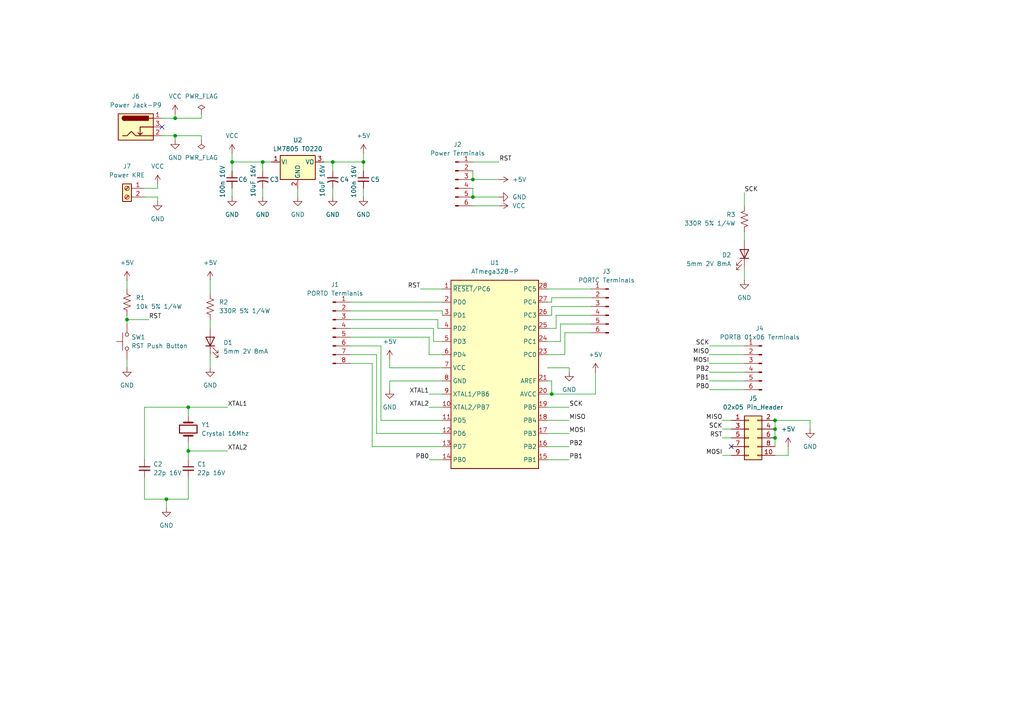
<source format=kicad_sch>
(kicad_sch (version 20250114) (generator "eeschema") (generator_version "9.0")
  (paper "A4")
  (title_block (title "Prometheus Devkit mk 1.0") (date "2025-11-24") (rev "2025-11-24") (company "LIT - Laboratório de Inovação Tecnológica"))
  (lib_symbols
    (symbol "Componentes:CAP 100n 16V" (pin_numbers (hide yes)) (pin_names (offset 0.254) (hide yes))
      (property "Reference" "C" (at 0.254 1.778 0))
      (property "Value" "100n 16V" (at 0.254 -2.032 0))
      (symbol "CAP 100n 16V_0_1"
        (polyline (pts (xy -1.524 0.508) (xy 1.524 0.508)) (stroke (width 0.3048)))
        (polyline (pts (xy -1.524 -0.508) (xy 1.524 -0.508)) (stroke (width 0.3302)))
      )
      (symbol "CAP 100n 16V_1_1"
        (pin passive line (at 0 2.54 270) (length 2.032) (name "~") (number "1"))
        (pin passive line (at 0 -2.54 90) (length 2.032) (name "~") (number "2"))
      )
    )
    (symbol "Componentes:CAP 10uF 16V" (pin_numbers (hide yes)) (pin_names (offset 0.254) (hide yes))
      (property "Reference" "C" (at 0.254 1.778 0))
      (property "Value" "10uF 16V" (at 0.254 -2.032 0))
      (symbol "CAP 10uF 16V_0_1"
        (polyline (pts (xy -1.524 0.508) (xy 1.524 0.508)) (stroke (width 0.3048)))
        (arc (start -1.524 -0.762) (mid 0 -0.3734) (end 1.524 -0.762) (stroke (width 0.3048)))
      )
      (symbol "CAP 10uF 16V_1_1"
        (pin passive line (at 0 2.54 270) (length 2.032) (name "~") (number "1"))
        (pin passive line (at 0 -2.54 90) (length 2.032) (name "~") (number "2"))
      )
    )
    (symbol "Componentes:CAP 22p 16V" (pin_numbers (hide yes)) (pin_names (offset 0.254) (hide yes))
      (property "Reference" "C" (at 0.254 1.778 0))
      (property "Value" "22p 16V" (at 0.254 -2.032 0))
      (symbol "CAP 22p 16V_0_1"
        (polyline (pts (xy -1.524 0.508) (xy 1.524 0.508)) (stroke (width 0.3048)))
        (polyline (pts (xy -1.524 -0.508) (xy 1.524 -0.508)) (stroke (width 0.3302)))
      )
      (symbol "CAP 22p 16V_1_1"
        (pin passive line (at 0 2.54 270) (length 2.032) (name "~") (number "1"))
        (pin passive line (at 0 -2.54 90) (length 2.032) (name "~") (number "2"))
      )
    )
    (symbol "Componentes:CONN 01x06 PORTB" (pin_names (offset 1.016) (hide yes))
      (property "Reference" "J" (at 0 7.62 0))
      (property "Value" "PORTB 01x06 Terminals" (at 0 -10.16 0))
      (symbol "CONN 01x06 PORTB_1_1"
        (rectangle (start 0.8636 5.207) (end 0 4.953) (stroke (width 0.1524)) (fill (type outline)))
        (rectangle (start 0.8636 2.667) (end 0 2.413) (stroke (width 0.1524)) (fill (type outline)))
        (rectangle (start 0.8636 0.127) (end 0 -0.127) (stroke (width 0.1524)) (fill (type outline)))
        (rectangle (start 0.8636 -2.413) (end 0 -2.667) (stroke (width 0.1524)) (fill (type outline)))
        (rectangle (start 0.8636 -4.953) (end 0 -5.207) (stroke (width 0.1524)) (fill (type outline)))
        (rectangle (start 0.8636 -7.493) (end 0 -7.747) (stroke (width 0.1524)) (fill (type outline)))
        (polyline (pts (xy 1.27 5.08) (xy 0.8636 5.08)) (stroke (width 0.1524)))
        (polyline (pts (xy 1.27 2.54) (xy 0.8636 2.54)) (stroke (width 0.1524)))
        (polyline (pts (xy 1.27 0) (xy 0.8636 0)) (stroke (width 0.1524)))
        (polyline (pts (xy 1.27 -2.54) (xy 0.8636 -2.54)) (stroke (width 0.1524)))
        (polyline (pts (xy 1.27 -5.08) (xy 0.8636 -5.08)) (stroke (width 0.1524)))
        (polyline (pts (xy 1.27 -7.62) (xy 0.8636 -7.62)) (stroke (width 0.1524)))
        (pin passive line (at 5.08 5.08 180) (length 3.81) (name "Pin_1") (number "1"))
        (pin passive line (at 5.08 2.54 180) (length 3.81) (name "Pin_2") (number "2"))
        (pin passive line (at 5.08 0 180) (length 3.81) (name "Pin_3") (number "3"))
        (pin passive line (at 5.08 -2.54 180) (length 3.81) (name "Pin_4") (number "4"))
        (pin passive line (at 5.08 -5.08 180) (length 3.81) (name "Pin_5") (number "5"))
        (pin passive line (at 5.08 -7.62 180) (length 3.81) (name "Pin_6") (number "6"))
      )
    )
    (symbol "Componentes:CONN 01x06 PORTC" (pin_names (offset 1.016) (hide yes))
      (property "Reference" "J" (at 0 7.62 0))
      (property "Value" "PORTC Terminals" (at 0 -10.16 0))
      (symbol "CONN 01x06 PORTC_1_1"
        (rectangle (start 0.8636 5.207) (end 0 4.953) (stroke (width 0.1524)) (fill (type outline)))
        (rectangle (start 0.8636 2.667) (end 0 2.413) (stroke (width 0.1524)) (fill (type outline)))
        (rectangle (start 0.8636 0.127) (end 0 -0.127) (stroke (width 0.1524)) (fill (type outline)))
        (rectangle (start 0.8636 -2.413) (end 0 -2.667) (stroke (width 0.1524)) (fill (type outline)))
        (rectangle (start 0.8636 -4.953) (end 0 -5.207) (stroke (width 0.1524)) (fill (type outline)))
        (rectangle (start 0.8636 -7.493) (end 0 -7.747) (stroke (width 0.1524)) (fill (type outline)))
        (polyline (pts (xy 1.27 5.08) (xy 0.8636 5.08)) (stroke (width 0.1524)))
        (polyline (pts (xy 1.27 2.54) (xy 0.8636 2.54)) (stroke (width 0.1524)))
        (polyline (pts (xy 1.27 0) (xy 0.8636 0)) (stroke (width 0.1524)))
        (polyline (pts (xy 1.27 -2.54) (xy 0.8636 -2.54)) (stroke (width 0.1524)))
        (polyline (pts (xy 1.27 -5.08) (xy 0.8636 -5.08)) (stroke (width 0.1524)))
        (polyline (pts (xy 1.27 -7.62) (xy 0.8636 -7.62)) (stroke (width 0.1524)))
        (pin passive line (at 5.08 5.08 180) (length 3.81) (name "Pin_1") (number "1"))
        (pin passive line (at 5.08 2.54 180) (length 3.81) (name "Pin_2") (number "2"))
        (pin passive line (at 5.08 0 180) (length 3.81) (name "Pin_3") (number "3"))
        (pin passive line (at 5.08 -2.54 180) (length 3.81) (name "Pin_4") (number "4"))
        (pin passive line (at 5.08 -5.08 180) (length 3.81) (name "Pin_5") (number "5"))
        (pin passive line (at 5.08 -7.62 180) (length 3.81) (name "Pin_6") (number "6"))
      )
    )
    (symbol "Componentes:CONN 01x06 POWER" (pin_names (offset 1.016) (hide yes))
      (property "Reference" "J" (at 0 7.62 0))
      (property "Value" "Power Terminals" (at 0 -10.16 0))
      (symbol "CONN 01x06 POWER_1_1"
        (rectangle (start 0.8636 5.207) (end 0 4.953) (stroke (width 0.1524)) (fill (type outline)))
        (rectangle (start 0.8636 2.667) (end 0 2.413) (stroke (width 0.1524)) (fill (type outline)))
        (rectangle (start 0.8636 0.127) (end 0 -0.127) (stroke (width 0.1524)) (fill (type outline)))
        (rectangle (start 0.8636 -2.413) (end 0 -2.667) (stroke (width 0.1524)) (fill (type outline)))
        (rectangle (start 0.8636 -4.953) (end 0 -5.207) (stroke (width 0.1524)) (fill (type outline)))
        (rectangle (start 0.8636 -7.493) (end 0 -7.747) (stroke (width 0.1524)) (fill (type outline)))
        (polyline (pts (xy 1.27 5.08) (xy 0.8636 5.08)) (stroke (width 0.1524)))
        (polyline (pts (xy 1.27 2.54) (xy 0.8636 2.54)) (stroke (width 0.1524)))
        (polyline (pts (xy 1.27 0) (xy 0.8636 0)) (stroke (width 0.1524)))
        (polyline (pts (xy 1.27 -2.54) (xy 0.8636 -2.54)) (stroke (width 0.1524)))
        (polyline (pts (xy 1.27 -5.08) (xy 0.8636 -5.08)) (stroke (width 0.1524)))
        (polyline (pts (xy 1.27 -7.62) (xy 0.8636 -7.62)) (stroke (width 0.1524)))
        (pin passive line (at 5.08 5.08 180) (length 3.81) (name "Pin_1") (number "1"))
        (pin passive line (at 5.08 2.54 180) (length 3.81) (name "Pin_2") (number "2"))
        (pin passive line (at 5.08 0 180) (length 3.81) (name "Pin_3") (number "3"))
        (pin passive line (at 5.08 -2.54 180) (length 3.81) (name "Pin_4") (number "4"))
        (pin passive line (at 5.08 -5.08 180) (length 3.81) (name "Pin_5") (number "5"))
        (pin passive line (at 5.08 -7.62 180) (length 3.81) (name "Pin_6") (number "6"))
      )
    )
    (symbol "Componentes:CONN 01x08 PORTD" (pin_names (offset 1.016) (hide yes))
      (property "Reference" "J" (at 0 10.16 0))
      (property "Value" "PORTD Termianls" (at 0 -12.7 0))
      (symbol "CONN 01x08 PORTD_1_1"
        (rectangle (start 0.8636 7.747) (end 0 7.493) (stroke (width 0.1524)) (fill (type outline)))
        (rectangle (start 0.8636 5.207) (end 0 4.953) (stroke (width 0.1524)) (fill (type outline)))
        (rectangle (start 0.8636 2.667) (end 0 2.413) (stroke (width 0.1524)) (fill (type outline)))
        (rectangle (start 0.8636 0.127) (end 0 -0.127) (stroke (width 0.1524)) (fill (type outline)))
        (rectangle (start 0.8636 -2.413) (end 0 -2.667) (stroke (width 0.1524)) (fill (type outline)))
        (rectangle (start 0.8636 -4.953) (end 0 -5.207) (stroke (width 0.1524)) (fill (type outline)))
        (rectangle (start 0.8636 -7.493) (end 0 -7.747) (stroke (width 0.1524)) (fill (type outline)))
        (rectangle (start 0.8636 -10.033) (end 0 -10.287) (stroke (width 0.1524)) (fill (type outline)))
        (polyline (pts (xy 1.27 7.62) (xy 0.8636 7.62)) (stroke (width 0.1524)))
        (polyline (pts (xy 1.27 5.08) (xy 0.8636 5.08)) (stroke (width 0.1524)))
        (polyline (pts (xy 1.27 2.54) (xy 0.8636 2.54)) (stroke (width 0.1524)))
        (polyline (pts (xy 1.27 0) (xy 0.8636 0)) (stroke (width 0.1524)))
        (polyline (pts (xy 1.27 -2.54) (xy 0.8636 -2.54)) (stroke (width 0.1524)))
        (polyline (pts (xy 1.27 -5.08) (xy 0.8636 -5.08)) (stroke (width 0.1524)))
        (polyline (pts (xy 1.27 -7.62) (xy 0.8636 -7.62)) (stroke (width 0.1524)))
        (polyline (pts (xy 1.27 -10.16) (xy 0.8636 -10.16)) (stroke (width 0.1524)))
        (pin passive line (at 5.08 7.62 180) (length 3.81) (name "Pin_1") (number "1"))
        (pin passive line (at 5.08 5.08 180) (length 3.81) (name "Pin_2") (number "2"))
        (pin passive line (at 5.08 2.54 180) (length 3.81) (name "Pin_3") (number "3"))
        (pin passive line (at 5.08 0 180) (length 3.81) (name "Pin_4") (number "4"))
        (pin passive line (at 5.08 -2.54 180) (length 3.81) (name "Pin_5") (number "5"))
        (pin passive line (at 5.08 -5.08 180) (length 3.81) (name "Pin_6") (number "6"))
        (pin passive line (at 5.08 -7.62 180) (length 3.81) (name "Pin_7") (number "7"))
        (pin passive line (at 5.08 -10.16 180) (length 3.81) (name "Pin_8") (number "8"))
      )
    )
    (symbol "Componentes:CONN 02x05 SPI" (pin_names (offset 1.016) (hide yes))
      (property "Reference" "J" (at 1.27 7.62 0))
      (property "Value" "02x05 Pin_Header" (at 1.27 -7.62 0))
      (symbol "CONN 02x05 SPI_1_1"
        (rectangle (start -1.27 6.35) (end 3.81 -6.35) (stroke (width 0.254)) (fill (type background)))
        (rectangle (start -1.27 5.207) (end 0 4.953) (stroke (width 0.1524)))
        (rectangle (start -1.27 2.667) (end 0 2.413) (stroke (width 0.1524)))
        (rectangle (start -1.27 0.127) (end 0 -0.127) (stroke (width 0.1524)))
        (rectangle (start -1.27 -2.413) (end 0 -2.667) (stroke (width 0.1524)))
        (rectangle (start -1.27 -4.953) (end 0 -5.207) (stroke (width 0.1524)))
        (rectangle (start 3.81 5.207) (end 2.54 4.953) (stroke (width 0.1524)))
        (rectangle (start 3.81 2.667) (end 2.54 2.413) (stroke (width 0.1524)))
        (rectangle (start 3.81 0.127) (end 2.54 -0.127) (stroke (width 0.1524)))
        (rectangle (start 3.81 -2.413) (end 2.54 -2.667) (stroke (width 0.1524)))
        (rectangle (start 3.81 -4.953) (end 2.54 -5.207) (stroke (width 0.1524)))
        (pin passive line (at -5.08 5.08 0) (length 3.81) (name "Pin_1") (number "1"))
        (pin passive line (at -5.08 2.54 0) (length 3.81) (name "Pin_3") (number "3"))
        (pin passive line (at -5.08 0 0) (length 3.81) (name "Pin_5") (number "5"))
        (pin passive line (at -5.08 -2.54 0) (length 3.81) (name "Pin_7") (number "7"))
        (pin passive line (at -5.08 -5.08 0) (length 3.81) (name "Pin_9") (number "9"))
        (pin passive line (at 7.62 5.08 180) (length 3.81) (name "Pin_2") (number "2"))
        (pin passive line (at 7.62 2.54 180) (length 3.81) (name "Pin_4") (number "4"))
        (pin passive line (at 7.62 0 180) (length 3.81) (name "Pin_6") (number "6"))
        (pin passive line (at 7.62 -2.54 180) (length 3.81) (name "Pin_8") (number "8"))
        (pin passive line (at 7.62 -5.08 180) (length 3.81) (name "Pin_10") (number "10"))
      )
    )
    (symbol "Componentes:CONN Power Jack-P9" (pin_names (hide yes))
      (property "Reference" "J" (at 0 5.334 0))
      (property "Value" "Power Jack-P9" (at 0 -5.08 0))
      (symbol "CONN Power Jack-P9_0_1"
        (rectangle (start -5.08 3.81) (end 5.08 -3.81) (stroke (width 0.254)) (fill (type background)))
        (polyline (pts (xy -3.81 -2.54) (xy -2.54 -2.54) (xy -1.27 -1.27) (xy 0 -2.54) (xy 2.54 -2.54) (xy 5.08 -2.54)) (stroke (width 0.254)))
        (arc (start -3.302 1.905) (mid -3.9343 2.54) (end -3.302 3.175) (stroke (width 0.254)))
        (arc (start -3.302 1.905) (mid -3.9343 2.54) (end -3.302 3.175) (stroke (width 0.254)) (fill (type outline)))
        (polyline (pts (xy 1.27 -2.286) (xy 1.905 -1.651)) (stroke (width 0.254)))
        (rectangle (start 3.683 3.175) (end -3.302 1.905) (stroke (width 0.254)) (fill (type outline)))
        (polyline (pts (xy 5.08 2.54) (xy 3.81 2.54)) (stroke (width 0.254)))
        (polyline (pts (xy 5.08 0) (xy 1.27 0) (xy 1.27 -2.286) (xy 0.635 -1.651)) (stroke (width 0.254)))
      )
      (symbol "CONN Power Jack-P9_1_1"
        (pin passive line (at 7.62 2.54 180) (length 2.54) (name "~") (number "1"))
        (pin passive line (at 7.62 0 180) (length 2.54) (name "~") (number "3"))
        (pin passive line (at 7.62 -2.54 180) (length 2.54) (name "~") (number "2"))
      )
    )
    (symbol "Componentes:CONN Power KRE" (pin_names (offset 1.016) (hide yes))
      (property "Reference" "J" (at 0 2.54 0))
      (property "Value" "Power KRE" (at 0 -5.08 0))
      (symbol "CONN Power KRE_1_1"
        (rectangle (start -1.27 1.27) (end 1.27 -3.81) (stroke (width 0.254)) (fill (type background)))
        (polyline (pts (xy -0.5334 0.3302) (xy 0.3302 -0.508)) (stroke (width 0.1524)))
        (polyline (pts (xy -0.5334 -2.2098) (xy 0.3302 -3.048)) (stroke (width 0.1524)))
        (polyline (pts (xy -0.3556 0.508) (xy 0.508 -0.3302)) (stroke (width 0.1524)))
        (polyline (pts (xy -0.3556 -2.032) (xy 0.508 -2.8702)) (stroke (width 0.1524)))
        (circle (center 0 0) (radius 0.635) (stroke (width 0.1524)))
        (circle (center 0 -2.54) (radius 0.635) (stroke (width 0.1524)))
        (pin passive line (at -5.08 0 0) (length 3.81) (name "Pin_1") (number "1"))
        (pin passive line (at -5.08 -2.54 0) (length 3.81) (name "Pin_2") (number "2"))
      )
    )
    (symbol "Componentes:LED 5mm 2V 8mA" (pin_numbers (hide yes)) (pin_names (offset 1.016) (hide yes))
      (property "Reference" "D" (at 0 2.54 0))
      (property "Value" "5mm 2V 8mA" (at 0 -2.54 0))
      (symbol "LED 5mm 2V 8mA_0_1"
        (polyline (pts (xy -3.048 -0.762) (xy -4.572 -2.286) (xy -3.81 -2.286) (xy -4.572 -2.286) (xy -4.572 -1.524)))
        (polyline (pts (xy -1.778 -0.762) (xy -3.302 -2.286) (xy -2.54 -2.286) (xy -3.302 -2.286) (xy -3.302 -1.524)))
        (polyline (pts (xy -1.27 0) (xy 1.27 0)))
        (polyline (pts (xy -1.27 -1.27) (xy -1.27 1.27)) (stroke (width 0.254)))
        (polyline (pts (xy 1.27 -1.27) (xy 1.27 1.27) (xy -1.27 0) (xy 1.27 -1.27)) (stroke (width 0.254)))
      )
      (symbol "LED 5mm 2V 8mA_1_1"
        (pin passive line (at -3.81 0 0) (length 2.54) (name "K") (number "1"))
        (pin passive line (at 3.81 0 180) (length 2.54) (name "A") (number "2"))
      )
    )
    (symbol "Componentes:MCU ATmega328P DIP"
      (property "Reference" "U" (at -12.7 36.83 0))
      (property "Value" "ATmega328-P" (at 2.794 -20.066 0))
      (symbol "MCU ATmega328P DIP_0_1"
        (rectangle (start -12.7 35.56) (end 12.7 -19.05) (stroke (width 0.254)) (fill (type background)))
      )
      (symbol "MCU ATmega328P DIP_1_1"
        (pin bidirectional line (at -15.24 33.02 0) (length 2.54) (name "~{RESET}/PC6") (number "1"))
        (pin bidirectional line (at -15.24 29.21 0) (length 2.54) (name "PD0") (number "2"))
        (pin bidirectional line (at -15.24 25.4 0) (length 2.54) (name "PD1") (number "3"))
        (pin bidirectional line (at -15.24 21.59 0) (length 2.54) (name "PD2") (number "4"))
        (pin bidirectional line (at -15.24 17.78 0) (length 2.54) (name "PD3") (number "5"))
        (pin bidirectional line (at -15.24 13.97 0) (length 2.54) (name "PD4") (number "6"))
        (pin power_in line (at -15.24 10.16 0) (length 2.54) (name "VCC") (number "7"))
        (pin power_in line (at -15.24 6.35 0) (length 2.54) (name "GND") (number "8"))
        (pin bidirectional line (at -15.24 2.54 0) (length 2.54) (name "XTAL1/PB6") (number "9"))
        (pin bidirectional line (at -15.24 -1.27 0) (length 2.54) (name "XTAL2/PB7") (number "10"))
        (pin bidirectional line (at -15.24 -5.08 0) (length 2.54) (name "PD5") (number "11"))
        (pin bidirectional line (at -15.24 -8.89 0) (length 2.54) (name "PD6") (number "12"))
        (pin bidirectional line (at -15.24 -12.7 0) (length 2.54) (name "PD7") (number "13"))
        (pin bidirectional line (at -15.24 -16.51 0) (length 2.54) (name "PB0") (number "14"))
        (pin bidirectional line (at 15.24 33.02 180) (length 2.54) (name "PC5") (number "28"))
        (pin bidirectional line (at 15.24 29.21 180) (length 2.54) (name "PC4") (number "27"))
        (pin bidirectional line (at 15.24 25.4 180) (length 2.54) (name "PC3") (number "26"))
        (pin bidirectional line (at 15.24 21.59 180) (length 2.54) (name "PC2") (number "25"))
        (pin bidirectional line (at 15.24 17.78 180) (length 2.54) (name "PC1") (number "24"))
        (pin bidirectional line (at 15.24 13.97 180) (length 2.54) (name "PC0") (number "23"))
        (pin passive line (at 15.24 10.16 180) (length 2.54) (hide yes) (name "GND") (number "22"))
        (pin passive line (at 15.24 6.35 180) (length 2.54) (name "AREF") (number "21"))
        (pin power_in line (at 15.24 2.54 180) (length 2.54) (name "AVCC") (number "20"))
        (pin bidirectional line (at 15.24 -1.27 180) (length 2.54) (name "PB5") (number "19"))
        (pin bidirectional line (at 15.24 -5.08 180) (length 2.54) (name "PB4") (number "18"))
        (pin bidirectional line (at 15.24 -8.89 180) (length 2.54) (name "PB3") (number "17"))
        (pin bidirectional line (at 15.24 -12.7 180) (length 2.54) (name "PB2") (number "16"))
        (pin bidirectional line (at 15.24 -16.51 180) (length 2.54) (name "PB1") (number "15"))
      )
    )
    (symbol "Componentes:REG LM7805" (pin_names (offset 0.254))
      (property "Reference" "U" (at -3.81 3.175 0))
      (property "Value" "LM7805 TO220" (at 0 3.175 0))
      (symbol "REG LM7805_0_1"
        (rectangle (start -5.08 1.905) (end 5.08 -5.08) (stroke (width 0.254)) (fill (type background)))
      )
      (symbol "REG LM7805_1_1"
        (pin power_in line (at -7.62 0 0) (length 2.54) (name "VI") (number "1"))
        (pin power_in line (at 0 -7.62 90) (length 2.54) (name "GND") (number "2"))
        (pin power_out line (at 7.62 0 180) (length 2.54) (name "VO") (number "3"))
      )
    )
    (symbol "Componentes:RES 10k 5% 1/4W" (pin_numbers (hide yes)) (pin_names (offset 0))
      (property "Reference" "R" (at 2.54 0 90))
      (property "Value" "10k 5% 1/4W" (at -2.54 0 90))
      (symbol "RES 10k 5% 1/4W_0_1"
        (polyline (pts (xy 0 2.286) (xy 0 2.54)))
        (polyline (pts (xy 0 2.286) (xy 1.016 1.905) (xy 0 1.524) (xy -1.016 1.143) (xy 0 0.762)))
        (polyline (pts (xy 0 0.762) (xy 1.016 0.381) (xy 0 0) (xy -1.016 -0.381) (xy 0 -0.762)))
        (polyline (pts (xy 0 -0.762) (xy 1.016 -1.143) (xy 0 -1.524) (xy -1.016 -1.905) (xy 0 -2.286)))
        (polyline (pts (xy 0 -2.286) (xy 0 -2.54)))
      )
      (symbol "RES 10k 5% 1/4W_1_1"
        (pin passive line (at 0 3.81 270) (length 1.27) (name "~") (number "1"))
        (pin passive line (at 0 -3.81 90) (length 1.27) (name "~") (number "2"))
      )
    )
    (symbol "Componentes:RES 330R 5% 1/4W_1" (pin_numbers (hide yes)) (pin_names (offset 0))
      (property "Reference" "R" (at 2.54 0 90))
      (property "Value" "330R 5% 1/4W" (at -2.54 0 90))
      (symbol "RES 330R 5% 1/4W_1_0_1"
        (polyline (pts (xy 0 2.286) (xy 0 2.54)))
        (polyline (pts (xy 0 2.286) (xy 1.016 1.905) (xy 0 1.524) (xy -1.016 1.143) (xy 0 0.762)))
        (polyline (pts (xy 0 0.762) (xy 1.016 0.381) (xy 0 0) (xy -1.016 -0.381) (xy 0 -0.762)))
        (polyline (pts (xy 0 -0.762) (xy 1.016 -1.143) (xy 0 -1.524) (xy -1.016 -1.905) (xy 0 -2.286)))
        (polyline (pts (xy 0 -2.286) (xy 0 -2.54)))
      )
      (symbol "RES 330R 5% 1/4W_1_1_1"
        (pin passive line (at 0 3.81 270) (length 1.27) (name "~") (number "1"))
        (pin passive line (at 0 -3.81 90) (length 1.27) (name "~") (number "2"))
      )
    )
    (symbol "Componentes:SW RST" (pin_numbers (hide yes)) (pin_names (offset 1.016) (hide yes))
      (property "Reference" "SW" (at 1.27 2.54 0))
      (property "Value" "RST Push Button" (at 0 -1.524 0))
      (symbol "SW RST_0_1"
        (circle (center -2.032 0) (radius 0.508))
        (polyline (pts (xy 0 1.27) (xy 0 3.048)))
        (circle (center 2.032 0) (radius 0.508))
        (polyline (pts (xy 2.54 1.27) (xy -2.54 1.27)))
        (pin passive line (at -5.08 0 0) (length 2.54) (name "1") (number "1"))
        (pin passive line (at 5.08 0 180) (length 2.54) (name "2") (number "2"))
      )
    )
    (symbol "Componentes:XTAL 16MHz" (pin_numbers (hide yes)) (pin_names (offset 1.016) (hide yes))
      (property "Reference" "Y" (at 0 3.81 0))
      (property "Value" "Crystal 16Mhz" (at 0 -3.81 0))
      (symbol "XTAL 16MHz_0_1"
        (polyline (pts (xy -2.54 0) (xy -1.905 0)))
        (polyline (pts (xy -1.905 -1.27) (xy -1.905 1.27)) (stroke (width 0.508)))
        (rectangle (start -1.143 2.54) (end 1.143 -2.54) (stroke (width 0.3048)))
        (polyline (pts (xy 1.905 -1.27) (xy 1.905 1.27)) (stroke (width 0.508)))
        (polyline (pts (xy 2.54 0) (xy 1.905 0)))
      )
      (symbol "XTAL 16MHz_1_1"
        (pin passive line (at -3.81 0 0) (length 1.27) (name "1") (number "1"))
        (pin passive line (at 3.81 0 180) (length 1.27) (name "2") (number "2"))
      )
    )
    (symbol "power:+5V" (power) (pin_numbers (hide yes)) (pin_names (offset 0) (hide yes))
      (property "Value" "+5V" (at 0 3.556 0))
      (symbol "+5V_0_1"
        (polyline (pts (xy -0.762 1.27) (xy 0 2.54)))
        (polyline (pts (xy 0 2.54) (xy 0.762 1.27)))
        (polyline (pts (xy 0 0) (xy 0 2.54)))
      )
      (symbol "+5V_1_1"
        (pin power_in line (at 0 0 90) (length 0) (name "~") (number "1"))
      )
    )
    (symbol "power:GND" (power) (pin_numbers (hide yes)) (pin_names (offset 0) (hide yes))
      (property "Value" "GND" (at 0 -3.81 0))
      (symbol "GND_0_1"
        (polyline (pts (xy 0 0) (xy 0 -1.27) (xy 1.27 -1.27) (xy 0 -2.54) (xy -1.27 -1.27) (xy 0 -1.27)))
      )
      (symbol "GND_1_1"
        (pin power_in line (at 0 0 270) (length 0) (name "~") (number "1"))
      )
    )
    (symbol "power:PWR_FLAG" (power) (pin_numbers (hide yes)) (pin_names (offset 0) (hide yes))
      (property "Value" "PWR_FLAG" (at 0 3.81 0))
      (symbol "PWR_FLAG_0_0"
        (pin power_out line (at 0 0 90) (length 0) (name "~") (number "1"))
      )
      (symbol "PWR_FLAG_0_1"
        (polyline (pts (xy 0 0) (xy 0 1.27) (xy -1.016 1.905) (xy 0 2.54) (xy 1.016 1.905) (xy 0 1.27)))
      )
    )
    (symbol "power:VCC" (power) (pin_numbers (hide yes)) (pin_names (offset 0) (hide yes))
      (property "Value" "VCC" (at 0 3.556 0))
      (symbol "VCC_0_1"
        (polyline (pts (xy -0.762 1.27) (xy 0 2.54)))
        (polyline (pts (xy 0 2.54) (xy 0.762 1.27)))
        (polyline (pts (xy 0 0) (xy 0 2.54)))
      )
      (symbol "VCC_1_1"
        (pin power_in line (at 0 0 90) (length 0) (name "~") (number "1"))
      )
    )
  )
  (junction (at 224.79 127))
  (junction (at 50.8 39.37))
  (junction (at 76.2 46.99))
  (junction (at 54.61 118.11))
  (junction (at 96.52 46.99))
  (junction (at 50.8 34.29))
  (junction (at 224.79 124.46))
  (junction (at 67.31 46.99))
  (junction (at 137.16 57.15))
  (junction (at 160.02 114.3))
  (junction (at 54.61 130.81))
  (junction (at 36.83 92.71))
  (junction (at 105.41 46.99))
  (junction (at 224.79 121.92))
  (junction (at 137.16 52.07))
  (junction (at 48.26 144.78))
  (no_connect (at 46.99 36.83))
  (no_connect (at 212.09 129.54))
  (wire (pts (xy 209.55 127) (xy 212.09 127)))
  (wire (pts (xy 113.03 104.14) (xy 113.03 106.68)))
  (wire (pts (xy 160.02 87.63) (xy 158.75 87.63)))
  (wire (pts (xy 165.1 121.92) (xy 158.75 121.92)))
  (wire (pts (xy 41.91 57.15) (xy 45.72 57.15)))
  (wire (pts (xy 50.8 39.37) (xy 50.8 40.64)))
  (wire (pts (xy 127 92.71) (xy 101.6 92.71)))
  (wire (pts (xy 101.6 90.17) (xy 128.27 90.17)))
  (wire (pts (xy 124.46 97.79) (xy 101.6 97.79)))
  (wire (pts (xy 137.16 54.61) (xy 137.16 57.15)))
  (wire (pts (xy 60.96 92.71) (xy 60.96 95.25)))
  (wire (pts (xy 128.27 83.82) (xy 121.92 83.82)))
  (wire (pts (xy 224.79 121.92) (xy 224.79 124.46)))
  (wire (pts (xy 86.36 54.61) (xy 86.36 57.15)))
  (wire (pts (xy 165.1 125.73) (xy 158.75 125.73)))
  (wire (pts (xy 162.56 99.06) (xy 162.56 93.98)))
  (wire (pts (xy 41.91 138.43) (xy 41.91 144.78)))
  (wire (pts (xy 113.03 113.03) (xy 113.03 110.49)))
  (wire (pts (xy 58.42 39.37) (xy 58.42 40.64)))
  (wire (pts (xy 137.16 59.69) (xy 144.78 59.69)))
  (wire (pts (xy 105.41 54.61) (xy 105.41 57.15)))
  (wire (pts (xy 205.74 107.95) (xy 215.9 107.95)))
  (wire (pts (xy 205.74 102.87) (xy 215.9 102.87)))
  (wire (pts (xy 124.46 118.11) (xy 128.27 118.11)))
  (wire (pts (xy 110.49 121.92) (xy 110.49 100.33)))
  (wire (pts (xy 215.9 67.31) (xy 215.9 69.85)))
  (wire (pts (xy 234.95 124.46) (xy 234.95 121.92)))
  (wire (pts (xy 48.26 144.78) (xy 54.61 144.78)))
  (wire (pts (xy 67.31 46.99) (xy 76.2 46.99)))
  (wire (pts (xy 36.83 104.14) (xy 36.83 106.68)))
  (wire (pts (xy 54.61 130.81) (xy 54.61 128.27)))
  (wire (pts (xy 60.96 81.28) (xy 60.96 85.09)))
  (wire (pts (xy 45.72 57.15) (xy 45.72 58.42)))
  (wire (pts (xy 124.46 114.3) (xy 128.27 114.3)))
  (wire (pts (xy 162.56 93.98) (xy 171.45 93.98)))
  (wire (pts (xy 54.61 118.11) (xy 66.04 118.11)))
  (wire (pts (xy 158.75 83.82) (xy 171.45 83.82)))
  (wire (pts (xy 50.8 39.37) (xy 58.42 39.37)))
  (wire (pts (xy 41.91 144.78) (xy 48.26 144.78)))
  (wire (pts (xy 158.75 110.49) (xy 160.02 110.49)))
  (wire (pts (xy 76.2 54.61) (xy 76.2 57.15)))
  (wire (pts (xy 215.9 55.88) (xy 215.9 59.69)))
  (wire (pts (xy 165.1 118.11) (xy 158.75 118.11)))
  (wire (pts (xy 165.1 129.54) (xy 158.75 129.54)))
  (wire (pts (xy 67.31 54.61) (xy 67.31 57.15)))
  (wire (pts (xy 215.9 77.47) (xy 215.9 81.28)))
  (wire (pts (xy 93.98 46.99) (xy 96.52 46.99)))
  (wire (pts (xy 128.27 129.54) (xy 107.95 129.54)))
  (wire (pts (xy 128.27 102.87) (xy 124.46 102.87)))
  (wire (pts (xy 127 95.25) (xy 127 92.71)))
  (wire (pts (xy 160.02 86.36) (xy 160.02 87.63)))
  (wire (pts (xy 45.72 54.61) (xy 45.72 53.34)))
  (wire (pts (xy 224.79 132.08) (xy 228.6 132.08)))
  (wire (pts (xy 158.75 95.25) (xy 161.29 95.25)))
  (wire (pts (xy 58.42 34.29) (xy 50.8 34.29)))
  (wire (pts (xy 113.03 106.68) (xy 128.27 106.68)))
  (wire (pts (xy 209.55 132.08) (xy 212.09 132.08)))
  (wire (pts (xy 137.16 52.07) (xy 144.78 52.07)))
  (wire (pts (xy 137.16 57.15) (xy 144.78 57.15)))
  (wire (pts (xy 165.1 106.68) (xy 165.1 107.95)))
  (wire (pts (xy 107.95 105.41) (xy 101.6 105.41)))
  (wire (pts (xy 128.27 99.06) (xy 125.73 99.06)))
  (wire (pts (xy 67.31 44.45) (xy 67.31 46.99)))
  (wire (pts (xy 101.6 102.87) (xy 109.22 102.87)))
  (wire (pts (xy 224.79 124.46) (xy 224.79 127)))
  (wire (pts (xy 48.26 144.78) (xy 48.26 147.32)))
  (wire (pts (xy 160.02 88.9) (xy 171.45 88.9)))
  (wire (pts (xy 144.78 46.99) (xy 137.16 46.99)))
  (wire (pts (xy 54.61 118.11) (xy 54.61 120.65)))
  (wire (pts (xy 46.99 39.37) (xy 50.8 39.37)))
  (wire (pts (xy 171.45 86.36) (xy 160.02 86.36)))
  (wire (pts (xy 160.02 114.3) (xy 158.75 114.3)))
  (wire (pts (xy 125.73 99.06) (xy 125.73 95.25)))
  (wire (pts (xy 209.55 121.92) (xy 212.09 121.92)))
  (wire (pts (xy 205.74 110.49) (xy 215.9 110.49)))
  (wire (pts (xy 110.49 100.33) (xy 101.6 100.33)))
  (wire (pts (xy 160.02 110.49) (xy 160.02 114.3)))
  (wire (pts (xy 41.91 118.11) (xy 54.61 118.11)))
  (wire (pts (xy 105.41 46.99) (xy 96.52 46.99)))
  (wire (pts (xy 54.61 130.81) (xy 66.04 130.81)))
  (wire (pts (xy 105.41 49.53) (xy 105.41 46.99)))
  (wire (pts (xy 163.83 96.52) (xy 171.45 96.52)))
  (wire (pts (xy 158.75 106.68) (xy 165.1 106.68)))
  (wire (pts (xy 50.8 34.29) (xy 50.8 33.02)))
  (wire (pts (xy 125.73 95.25) (xy 101.6 95.25)))
  (wire (pts (xy 205.74 100.33) (xy 215.9 100.33)))
  (wire (pts (xy 172.72 114.3) (xy 172.72 107.95)))
  (wire (pts (xy 101.6 87.63) (xy 128.27 87.63)))
  (wire (pts (xy 205.74 105.41) (xy 215.9 105.41)))
  (wire (pts (xy 76.2 49.53) (xy 76.2 46.99)))
  (wire (pts (xy 54.61 130.81) (xy 54.61 133.35)))
  (wire (pts (xy 124.46 133.35) (xy 128.27 133.35)))
  (wire (pts (xy 54.61 144.78) (xy 54.61 138.43)))
  (wire (pts (xy 124.46 102.87) (xy 124.46 97.79)))
  (wire (pts (xy 76.2 46.99) (xy 78.74 46.99)))
  (wire (pts (xy 160.02 114.3) (xy 172.72 114.3)))
  (wire (pts (xy 228.6 132.08) (xy 228.6 129.54)))
  (wire (pts (xy 107.95 129.54) (xy 107.95 105.41)))
  (wire (pts (xy 234.95 121.92) (xy 224.79 121.92)))
  (wire (pts (xy 163.83 102.87) (xy 163.83 96.52)))
  (wire (pts (xy 113.03 110.49) (xy 128.27 110.49)))
  (wire (pts (xy 128.27 95.25) (xy 127 95.25)))
  (wire (pts (xy 46.99 34.29) (xy 50.8 34.29)))
  (wire (pts (xy 209.55 124.46) (xy 212.09 124.46)))
  (wire (pts (xy 137.16 49.53) (xy 137.16 52.07)))
  (wire (pts (xy 158.75 102.87) (xy 163.83 102.87)))
  (wire (pts (xy 128.27 90.17) (xy 128.27 91.44)))
  (wire (pts (xy 96.52 54.61) (xy 96.52 57.15)))
  (wire (pts (xy 160.02 88.9) (xy 160.02 91.44)))
  (wire (pts (xy 58.42 33.02) (xy 58.42 34.29)))
  (wire (pts (xy 161.29 95.25) (xy 161.29 91.44)))
  (wire (pts (xy 36.83 92.71) (xy 43.18 92.71)))
  (wire (pts (xy 36.83 92.71) (xy 36.83 93.98)))
  (wire (pts (xy 105.41 46.99) (xy 105.41 44.45)))
  (wire (pts (xy 109.22 125.73) (xy 128.27 125.73)))
  (wire (pts (xy 128.27 121.92) (xy 110.49 121.92)))
  (wire (pts (xy 41.91 54.61) (xy 45.72 54.61)))
  (wire (pts (xy 160.02 91.44) (xy 158.75 91.44)))
  (wire (pts (xy 205.74 113.03) (xy 215.9 113.03)))
  (wire (pts (xy 36.83 81.28) (xy 36.83 83.82)))
  (wire (pts (xy 109.22 102.87) (xy 109.22 125.73)))
  (wire (pts (xy 96.52 46.99) (xy 96.52 49.53)))
  (wire (pts (xy 36.83 91.44) (xy 36.83 92.71)))
  (wire (pts (xy 224.79 127) (xy 224.79 129.54)))
  (wire (pts (xy 165.1 133.35) (xy 158.75 133.35)))
  (wire (pts (xy 161.29 91.44) (xy 171.45 91.44)))
  (wire (pts (xy 158.75 99.06) (xy 162.56 99.06)))
  (wire (pts (xy 60.96 102.87) (xy 60.96 106.68)))
  (wire (pts (xy 67.31 46.99) (xy 67.31 49.53)))
  (wire (pts (xy 41.91 133.35) (xy 41.91 118.11)))
  (label "XTAL1" (at 124.46 114.3 180))
  (label "RST" (at 144.78 46.99 0))
  (label "MISO" (at 209.55 121.92 180))
  (label "PB0" (at 124.46 133.35 180))
  (label "SCK" (at 165.1 118.11 0))
  (label "SCK" (at 205.74 100.33 180))
  (label "MISO" (at 205.74 102.87 180))
  (label "PB2" (at 165.1 129.54 0))
  (label "XTAL2" (at 124.46 118.11 180))
  (label "SCK" (at 215.9 55.88 0))
  (label "SCK" (at 209.55 124.46 180))
  (label "PB1" (at 205.74 110.49 180))
  (label "RST" (at 209.55 127 180))
  (label "PB0" (at 205.74 113.03 180))
  (label "RST" (at 43.18 92.71 0))
  (label "XTAL1" (at 66.04 118.11 0))
  (label "PB2" (at 205.74 107.95 180))
  (label "MISO" (at 165.1 121.92 0))
  (label "PB1" (at 165.1 133.35 0))
  (label "RST" (at 121.92 83.82 180))
  (label "MOSI" (at 165.1 125.73 0))
  (label "MOSI" (at 209.55 132.08 180))
  (label "MOSI" (at 205.74 105.41 180))
  (label "XTAL2" (at 66.04 130.81 0))
  (symbol (lib_id "power:VCC") (at 144.78 59.69 270) (unit 1)
    (property "Reference" "#PWR021" (effects (hide yes)))
    (property "Value" "VCC" (at 148.59 59.6899 90) (effects (justify left)))
    (property "Description" "Power symbol creates a global label with name \"VCC\"" (effects (hide yes)))
  )
  (symbol (lib_id "Componentes:XTAL 16MHz") (at 54.61 124.46 90) (unit 1)
    (property "Reference" "Y1" (at 58.42 123.1899 90) (effects (justify right)))
    (property "Value" "Crystal 16Mhz" (at 58.42 125.7299 90) (effects (justify right)))
    (property "Footprint" "Crystal:Crystal_HC49-U_Vertical" (effects (hide yes)))
    (property "Description" "Two pin crystal" (effects (hide yes)))
  )
  (symbol (lib_id "Componentes:MCU ATmega328P DIP") (at 143.51 116.84 0) (unit 1)
    (property "Reference" "U1" (at 143.51 76.2 0))
    (property "Value" "ATmega328-P" (at 143.51 78.74 0))
    (property "Footprint" "Package_DIP:DIP-28_W7.62mm_Socket" (effects (hide yes)))
    (property "Datasheet" "http://ww1.microchip.com/downloads/en/DeviceDoc/ATmega328_P%20AVR%20MCU%20with%20picoPower%20Technology%20Data%20Sheet%2040001984A.pdf" (effects (hide yes)))
    (property "Description" "20MHz, 32kB Flash, 2kB SRAM, 1kB EEPROM, DIP-28" (effects (hide yes)))
  )
  (symbol (lib_id "power:GND") (at 144.78 57.15 90) (unit 1)
    (property "Reference" "#PWR019" (effects (hide yes)))
    (property "Value" "GND" (at 148.59 57.1499 90) (effects (justify right)))
    (property "Description" "Power symbol creates a global label with name \"GND\" , ground" (effects (hide yes)))
  )
  (symbol (lib_id "Componentes:RES 330R 5% 1/4W_1") (at 60.96 88.9 0) (unit 1)
    (property "Reference" "R2" (at 63.5 87.6299 0) (effects (justify left)))
    (property "Value" "330R 5% 1/4W" (at 63.5 90.1699 0) (effects (justify left)))
    (property "Footprint" "Resistor_THT:R_Axial_DIN0207_L6.3mm_D2.5mm_P7.62mm_Horizontal" (effects (hide yes)))
    (property "Description" "Resistor, US symbol" (effects (hide yes)))
  )
  (symbol (lib_id "Componentes:RES 10k 5% 1/4W") (at 36.83 87.63 0) (unit 1)
    (property "Reference" "R1" (at 39.37 86.3599 0) (effects (justify left)))
    (property "Value" "10k 5% 1/4W" (at 39.37 88.8999 0) (effects (justify left)))
    (property "Footprint" "Resistor_THT:R_Axial_DIN0207_L6.3mm_D2.5mm_P7.62mm_Horizontal" (effects (hide yes)))
    (property "Description" "Resistor, US symbol" (effects (hide yes)))
  )
  (symbol (lib_id "Componentes:CAP 22p 16V") (at 54.61 135.89 0) (unit 1)
    (property "Reference" "C1" (at 57.15 134.6262 0) (effects (justify left)))
    (property "Value" "22p 16V" (at 57.15 137.1662 0) (effects (justify left)))
    (property "Footprint" "Capacitor_THT:C_Disc_D4.7mm_W2.5mm_P5.00mm" (effects (hide yes)))
    (property "Description" "Unpolarized capacitor, small symbol" (effects (hide yes)))
  )
  (symbol (lib_id "Componentes:CAP 100n 16V") (at 105.41 52.07 0) (unit 1)
    (property "Reference" "C5" (at 107.442 52.07 0) (effects (justify left)))
    (property "Value" "100n 16V" (at 102.616 57.404 90) (effects (justify left)))
    (property "Footprint" "Capacitor_THT:C_Disc_D4.7mm_W2.5mm_P5.00mm" (effects (hide yes)))
    (property "Description" "Unpolarized capacitor, small symbol" (effects (hide yes)))
  )
  (symbol (lib_id "Componentes:RES 330R 5% 1/4W_1") (at 215.9 63.5 0) (mirror y) (unit 1)
    (property "Reference" "R3" (at 213.36 62.2299 0) (effects (justify left)))
    (property "Value" "330R 5% 1/4W" (at 213.36 64.7699 0) (effects (justify left)))
    (property "Footprint" "Resistor_THT:R_Axial_DIN0207_L6.3mm_D2.5mm_P7.62mm_Horizontal" (effects (hide yes)))
    (property "Description" "Resistor, US symbol" (effects (hide yes)))
  )
  (symbol (lib_id "Componentes:CAP 10uF 16V") (at 76.2 52.07 0) (unit 1)
    (property "Reference" "C3" (at 78.232 52.07 0) (effects (justify left)))
    (property "Value" "10uF 16V" (at 73.406 57.15 90) (effects (justify left)))
    (property "Footprint" "Capacitor_THT:C_Radial_D5.0mm_H11.0mm_P2.00mm" (effects (hide yes)))
    (property "Description" "capacitor, small US symbol" (effects (hide yes)))
  )
  (symbol (lib_id "power:+5V") (at 172.72 107.95 0) (unit 1)
    (property "Reference" "#PWR02" (effects (hide yes)))
    (property "Value" "+5V" (at 172.72 102.87 0))
    (property "Description" "Power symbol creates a global label with name \"+5V\"" (effects (hide yes)))
  )
  (symbol (lib_id "power:GND") (at 60.96 106.68 0) (unit 1)
    (property "Reference" "#PWR015" (effects (hide yes)))
    (property "Value" "GND" (at 60.96 111.76 0))
    (property "Description" "Power symbol creates a global label with name \"GND\" , ground" (effects (hide yes)))
  )
  (symbol (lib_id "power:GND") (at 113.03 113.03 0) (unit 1)
    (property "Reference" "#PWR04" (effects (hide yes)))
    (property "Value" "GND" (at 113.03 118.11 0))
    (property "Description" "Power symbol creates a global label with name \"GND\" , ground" (effects (hide yes)))
  )
  (symbol (lib_id "power:GND") (at 96.52 57.15 0) (unit 1)
    (property "Reference" "#PWR010" (effects (hide yes)))
    (property "Value" "GND" (at 96.52 62.23 0))
    (property "Description" "Power symbol creates a global label with name \"GND\" , ground" (effects (hide yes)))
  )
  (symbol (lib_id "power:+5V") (at 60.96 81.28 0) (unit 1)
    (property "Reference" "#PWR016" (effects (hide yes)))
    (property "Value" "+5V" (at 60.96 76.2 0))
    (property "Description" "Power symbol creates a global label with name \"+5V\"" (effects (hide yes)))
  )
  (symbol (lib_id "Componentes:CONN Power KRE") (at 36.83 54.61 0) (mirror y) (unit 1)
    (property "Reference" "J7" (at 36.83 48.26 0))
    (property "Value" "Power KRE" (at 36.83 50.8 0))
    (property "Footprint" "TerminalBlock_Phoenix:TerminalBlock_Phoenix_MKDS-1,5-2-5.08_1x02_P5.08mm_Horizontal" (effects (hide yes)))
    (property "Description" "Generic screw terminal, single row, 01x02, script generated (kicad-library-utils/schlib/autogen/connector/)" (effects (hide yes)))
  )
  (symbol (lib_id "Componentes:REG LM7805") (at 86.36 46.99 0) (unit 1)
    (property "Reference" "U2" (at 86.36 40.64 0))
    (property "Value" "LM7805 TO220" (at 86.36 43.18 0))
    (property "Footprint" "Package_TO_SOT_THT:TO-220-3_Vertical" (effects (hide yes)))
    (property "Datasheet" "https://www.onsemi.cn/PowerSolutions/document/MC7800-D.PDF" (effects (hide yes)))
    (property "Description" "Positive 1A 35V Linear Regulator, Fixed Output 5V, TO-220" (effects (hide yes)))
  )
  (symbol (lib_id "power:GND") (at 50.8 40.64 0) (unit 1)
    (property "Reference" "#PWR022" (effects (hide yes)))
    (property "Value" "GND" (at 50.8 45.72 0))
    (property "Description" "Power symbol creates a global label with name \"GND\" , ground" (effects (hide yes)))
  )
  (symbol (lib_id "power:VCC") (at 67.31 44.45 0) (unit 1)
    (property "Reference" "#PWR014" (effects (hide yes)))
    (property "Value" "VCC" (at 67.31 39.37 0))
    (property "Description" "Power symbol creates a global label with name \"VCC\"" (effects (hide yes)))
  )
  (symbol (lib_id "Componentes:CONN 01x06 PORTC") (at 176.53 88.9 0) (mirror y) (unit 1)
    (property "Reference" "J3" (at 175.895 78.74 0))
    (property "Value" "PORTC Terminals" (at 175.895 81.28 0))
    (property "Footprint" "Connector_PinSocket_2.54mm:PinSocket_1x06_P2.54mm_Vertical" (effects (hide yes)))
    (property "Description" "Generic connector, single row, 01x06, script generated" (effects (hide yes)))
  )
  (symbol (lib_id "Componentes:LED 5mm 2V 8mA") (at 215.9 73.66 270) (mirror x) (unit 1)
    (property "Reference" "D2" (at 212.09 73.9774 90) (effects (justify right)))
    (property "Value" "5mm 2V 8mA" (at 212.09 76.5174 90) (effects (justify right)))
    (property "Footprint" "LED_THT:LED_D5.0mm" (effects (hide yes)))
    (property "Description" "Light emitting diode" (effects (hide yes)))
    (property "Sim.Pins" "1=K 2=A" (effects (hide yes)))
  )
  (symbol (lib_id "Componentes:CAP 100n 16V") (at 67.31 52.07 0) (unit 1)
    (property "Reference" "C6" (at 69.088 52.07 0) (effects (justify left)))
    (property "Value" "100n 16V" (at 64.516 57.404 90) (effects (justify left)))
    (property "Footprint" "Capacitor_THT:C_Disc_D4.7mm_W2.5mm_P5.00mm" (effects (hide yes)))
    (property "Description" "Unpolarized capacitor, small symbol" (effects (hide yes)))
  )
  (symbol (lib_id "power:GND") (at 86.36 57.15 0) (unit 1)
    (property "Reference" "#PWR08" (effects (hide yes)))
    (property "Value" "GND" (at 86.36 62.23 0))
    (property "Description" "Power symbol creates a global label with name \"GND\" , ground" (effects (hide yes)))
  )
  (symbol (lib_id "power:VCC") (at 50.8 33.02 0) (unit 1)
    (property "Reference" "#PWR023" (effects (hide yes)))
    (property "Value" "VCC" (at 50.8 27.94 0))
    (property "Description" "Power symbol creates a global label with name \"VCC\"" (effects (hide yes)))
  )
  (symbol (lib_id "Componentes:CONN 02x05 SPI") (at 217.17 127 0) (unit 1)
    (property "Reference" "J5" (at 218.44 115.57 0))
    (property "Value" "02x05 Pin_Header" (at 218.44 118.11 0))
    (property "Footprint" "Connector_PinSocket_2.54mm:PinSocket_2x05_P2.54mm_Vertical" (effects (hide yes)))
    (property "Description" "Generic connector, double row, 02x05, odd/even pin numbering scheme (row 1 odd numbers, row 2 even numbers), script generated (kicad-library-utils/schlib/autogen/connector/)" (effects (hide yes)))
  )
  (symbol (lib_id "power:GND") (at 105.41 57.15 0) (unit 1)
    (property "Reference" "#PWR013" (effects (hide yes)))
    (property "Value" "GND" (at 105.41 62.23 0))
    (property "Description" "Power symbol creates a global label with name \"GND\" , ground" (effects (hide yes)))
  )
  (symbol (lib_id "Componentes:SW RST") (at 36.83 99.06 90) (unit 1)
    (property "Reference" "SW1" (at 38.1 97.7899 90) (effects (justify right)))
    (property "Value" "RST Push Button" (at 38.1 100.3299 90) (effects (justify right)))
    (property "Footprint" "Button_Switch_THT:SW_Tactile_Straight_KSA0Axx1LFTR" (effects (hide yes)))
    (property "Description" "Push button switch, generic, two pins" (effects (hide yes)))
  )
  (symbol (lib_id "Componentes:CAP 10uF 16V") (at 96.52 52.07 0) (unit 1)
    (property "Reference" "C4" (at 98.552 52.07 0) (effects (justify left)))
    (property "Value" "10uF 16V" (at 93.472 57.15 90) (effects (justify left)))
    (property "Footprint" "Capacitor_THT:C_Radial_D5.0mm_H11.0mm_P2.00mm" (effects (hide yes)))
    (property "Description" "capacitor, small US symbol" (effects (hide yes)))
  )
  (symbol (lib_id "power:PWR_FLAG") (at 58.42 40.64 180) (unit 1)
    (property "Reference" "#FLG02" (effects (hide yes)))
    (property "Value" "PWR_FLAG" (at 58.42 45.72 0))
    (property "Description" "Special symbol for telling ERC where power comes from" (effects (hide yes)))
  )
  (symbol (lib_id "power:GND") (at 234.95 124.46 0) (unit 1)
    (property "Reference" "#PWR018" (effects (hide yes)))
    (property "Value" "GND" (at 234.95 129.54 0))
    (property "Description" "Power symbol creates a global label with name \"GND\" , ground" (effects (hide yes)))
  )
  (symbol (lib_id "power:GND") (at 36.83 106.68 0) (unit 1)
    (property "Reference" "#PWR07" (effects (hide yes)))
    (property "Value" "GND" (at 36.83 111.76 0))
    (property "Description" "Power symbol creates a global label with name \"GND\" , ground" (effects (hide yes)))
  )
  (symbol (lib_id "power:GND") (at 48.26 147.32 0) (unit 1)
    (property "Reference" "#PWR05" (effects (hide yes)))
    (property "Value" "GND" (at 48.26 152.4 0))
    (property "Description" "Power symbol creates a global label with name \"GND\" , ground" (effects (hide yes)))
  )
  (symbol (lib_id "power:GND") (at 67.31 57.15 0) (unit 1)
    (property "Reference" "#PWR012" (effects (hide yes)))
    (property "Value" "GND" (at 67.31 62.23 0))
    (property "Description" "Power symbol creates a global label with name \"GND\" , ground" (effects (hide yes)))
  )
  (symbol (lib_id "power:GND") (at 165.1 107.95 0) (unit 1)
    (property "Reference" "#PWR03" (effects (hide yes)))
    (property "Value" "GND" (at 165.1 113.03 0))
    (property "Description" "Power symbol creates a global label with name \"GND\" , ground" (effects (hide yes)))
  )
  (symbol (lib_id "Componentes:CONN 01x06 PORTB") (at 220.98 105.41 0) (mirror y) (unit 1)
    (property "Reference" "J4" (at 220.345 95.25 0))
    (property "Value" "PORTB 01x06 Terminals" (at 220.345 97.79 0))
    (property "Footprint" "Connector_PinSocket_2.54mm:PinSocket_1x06_P2.54mm_Vertical" (effects (hide yes)))
    (property "Description" "Generic connector, single row, 01x06, script generated" (effects (hide yes)))
  )
  (symbol (lib_id "power:VCC") (at 45.72 53.34 0) (unit 1)
    (property "Reference" "#PWR024" (effects (hide yes)))
    (property "Value" "VCC" (at 45.72 48.26 0))
    (property "Description" "Power symbol creates a global label with name \"VCC\"" (effects (hide yes)))
  )
  (symbol (lib_id "power:GND") (at 45.72 58.42 0) (unit 1)
    (property "Reference" "#PWR025" (effects (hide yes)))
    (property "Value" "GND" (at 45.72 63.5 0))
    (property "Description" "Power symbol creates a global label with name \"GND\" , ground" (effects (hide yes)))
  )
  (symbol (lib_id "power:GND") (at 215.9 81.28 0) (mirror y) (unit 1)
    (property "Reference" "#PWR027" (effects (hide yes)))
    (property "Value" "GND" (at 215.9 86.36 0))
    (property "Description" "Power symbol creates a global label with name \"GND\" , ground" (effects (hide yes)))
  )
  (symbol (lib_id "Componentes:LED 5mm 2V 8mA") (at 60.96 99.06 90) (unit 1)
    (property "Reference" "D1" (at 64.77 99.3774 90) (effects (justify right)))
    (property "Value" "5mm 2V 8mA" (at 64.77 101.9174 90) (effects (justify right)))
    (property "Footprint" "LED_THT:LED_D5.0mm" (effects (hide yes)))
    (property "Description" "Light emitting diode" (effects (hide yes)))
    (property "Sim.Pins" "1=K 2=A" (effects (hide yes)))
  )
  (symbol (lib_id "Componentes:CONN Power Jack-P9") (at 39.37 36.83 0) (unit 1)
    (property "Reference" "J6" (at 39.37 27.94 0))
    (property "Value" "Power Jack-P9" (at 39.37 30.48 0))
    (property "Footprint" "Connector_BarrelJack:BarrelJack_Horizontal" (effects (hide yes)))
    (property "Description" "DC Barrel Jack with an internal switch" (effects (hide yes)))
  )
  (symbol (lib_id "power:+5V") (at 228.6 129.54 0) (unit 1)
    (property "Reference" "#PWR017" (effects (hide yes)))
    (property "Value" "+5V" (at 228.6 124.46 0))
    (property "Description" "Power symbol creates a global label with name \"+5V\"" (effects (hide yes)))
  )
  (symbol (lib_id "Componentes:CONN 01x08 PORTD") (at 96.52 95.25 0) (unit 1)
    (property "Reference" "J1" (at 97.155 82.55 0))
    (property "Value" "PORTD Termianls" (at 97.155 85.09 0))
    (property "Footprint" "Connector_PinSocket_2.54mm:PinSocket_1x08_P2.54mm_Vertical" (effects (hide yes)))
    (property "Description" "Generic connector, single row, 01x08, script generated" (effects (hide yes)))
  )
  (symbol (lib_id "power:+5V") (at 36.83 81.28 0) (unit 1)
    (property "Reference" "#PWR06" (effects (hide yes)))
    (property "Value" "+5V" (at 36.83 76.2 0))
    (property "Description" "Power symbol creates a global label with name \"+5V\"" (effects (hide yes)))
  )
  (symbol (lib_id "Componentes:CONN 01x06 POWER") (at 132.08 52.07 0) (unit 1)
    (property "Reference" "J2" (at 132.715 41.91 0))
    (property "Value" "Power Terminals" (at 132.715 44.45 0))
    (property "Footprint" "Connector_PinSocket_2.54mm:PinSocket_1x06_P2.54mm_Vertical" (effects (hide yes)))
    (property "Description" "Generic connector, single row, 01x06, script generated" (effects (hide yes)))
  )
  (symbol (lib_id "power:+5V") (at 105.41 44.45 0) (unit 1)
    (property "Reference" "#PWR09" (effects (hide yes)))
    (property "Value" "+5V" (at 105.41 39.37 0))
    (property "Description" "Power symbol creates a global label with name \"+5V\"" (effects (hide yes)))
  )
  (symbol (lib_id "power:GND") (at 76.2 57.15 0) (unit 1)
    (property "Reference" "#PWR011" (effects (hide yes)))
    (property "Value" "GND" (at 76.2 62.23 0))
    (property "Description" "Power symbol creates a global label with name \"GND\" , ground" (effects (hide yes)))
  )
  (symbol (lib_id "power:PWR_FLAG") (at 58.42 33.02 0) (unit 1)
    (property "Reference" "#FLG01" (effects (hide yes)))
    (property "Value" "PWR_FLAG" (at 58.42 27.94 0))
    (property "Description" "Special symbol for telling ERC where power comes from" (effects (hide yes)))
  )
  (symbol (lib_id "power:+5V") (at 144.78 52.07 270) (unit 1)
    (property "Reference" "#PWR020" (effects (hide yes)))
    (property "Value" "+5V" (at 148.59 52.0699 90) (effects (justify left)))
    (property "Description" "Power symbol creates a global label with name \"+5V\"" (effects (hide yes)))
  )
  (symbol (lib_id "Componentes:CAP 22p 16V") (at 41.91 135.89 0) (unit 1)
    (property "Reference" "C2" (at 44.45 134.6262 0) (effects (justify left)))
    (property "Value" "22p 16V" (at 44.45 137.1662 0) (effects (justify left)))
    (property "Footprint" "Capacitor_THT:C_Disc_D4.7mm_W2.5mm_P5.00mm" (effects (hide yes)))
    (property "Description" "Unpolarized capacitor, small symbol" (effects (hide yes)))
  )
  (symbol (lib_id "power:+5V") (at 113.03 104.14 0) (unit 1)
    (property "Reference" "#PWR01" (effects (hide yes)))
    (property "Value" "+5V" (at 113.03 99.06 0))
    (property "Description" "Power symbol creates a global label with name \"+5V\"" (effects (hide yes)))
  )
)
</source>
